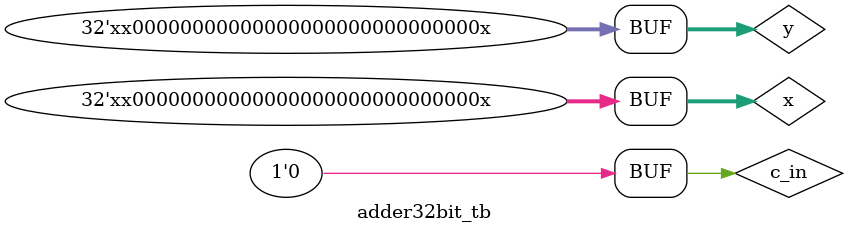
<source format=v>
`timescale 1ns / 1ps


module adder32bit_tb;

	// Inputs
	reg c_in;
	reg [31:0] x;
	reg [31:0] y;

	// Outputs
	wire [31:0] sum;
	wire c_out;
	wire v;

	// Instantiate the Unit Under Test (UUT)
	adder32bit uut (
		.c_in(c_in), 
		.x(x), 
		.y(y), 
		.sum(sum), 
		.c_out(c_out), 
		.v(v)
	);

	initial begin
		// Initialize Inputs
		c_in = 0;
		x = 0;
		y = 0;

		// Wait 100 ns for global reset to finish
		#100;
        
		// Add stimulus here

	end
	always #1 x[0]=~x[0];
	always #2 y[0]=~y[0];
	always #3 x[31]=~x[31];
	always #4 y[31]=~y[31];
	always #5 x[30]=~x[30];
	always #6 y[30]=~y[30];
	
      
endmodule


</source>
